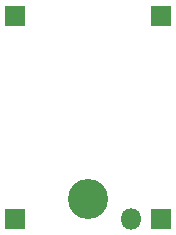
<source format=gbr>
%TF.GenerationSoftware,KiCad,Pcbnew,(5.1.6)-1*%
%TF.CreationDate,2020-07-27T22:26:39+01:00*%
%TF.ProjectId,enc-led,656e632d-6c65-4642-9e6b-696361645f70,rev?*%
%TF.SameCoordinates,Original*%
%TF.FileFunction,Soldermask,Bot*%
%TF.FilePolarity,Negative*%
%FSLAX46Y46*%
G04 Gerber Fmt 4.6, Leading zero omitted, Abs format (unit mm)*
G04 Created by KiCad (PCBNEW (5.1.6)-1) date 2020-07-27 22:26:39*
%MOMM*%
%LPD*%
G01*
G04 APERTURE LIST*
%ADD10R,1.800000X1.800000*%
%ADD11O,1.800000X1.800000*%
%ADD12C,3.400000*%
G04 APERTURE END LIST*
D10*
%TO.C,J2*%
X21800000Y-39000000D03*
%TD*%
D11*
%TO.C,J1*%
X31660000Y-39000000D03*
D10*
X34200000Y-39000000D03*
%TD*%
%TO.C,J3*%
X34200000Y-21800000D03*
%TD*%
%TO.C,J4*%
X21800000Y-21800000D03*
%TD*%
D12*
%TO.C,REF\u002A\u002A*%
X28000000Y-37300000D03*
%TD*%
M02*

</source>
